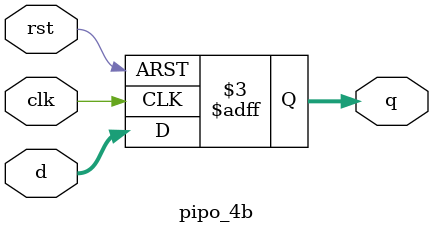
<source format=v>

module pipo_4b(input clk, rst, input[3:0]d, output reg[3:0]q);
always@(posedge clk, negedge rst)
begin
if(!rst)
q<='b0;
else
q<=d;
end
endmodule
</source>
